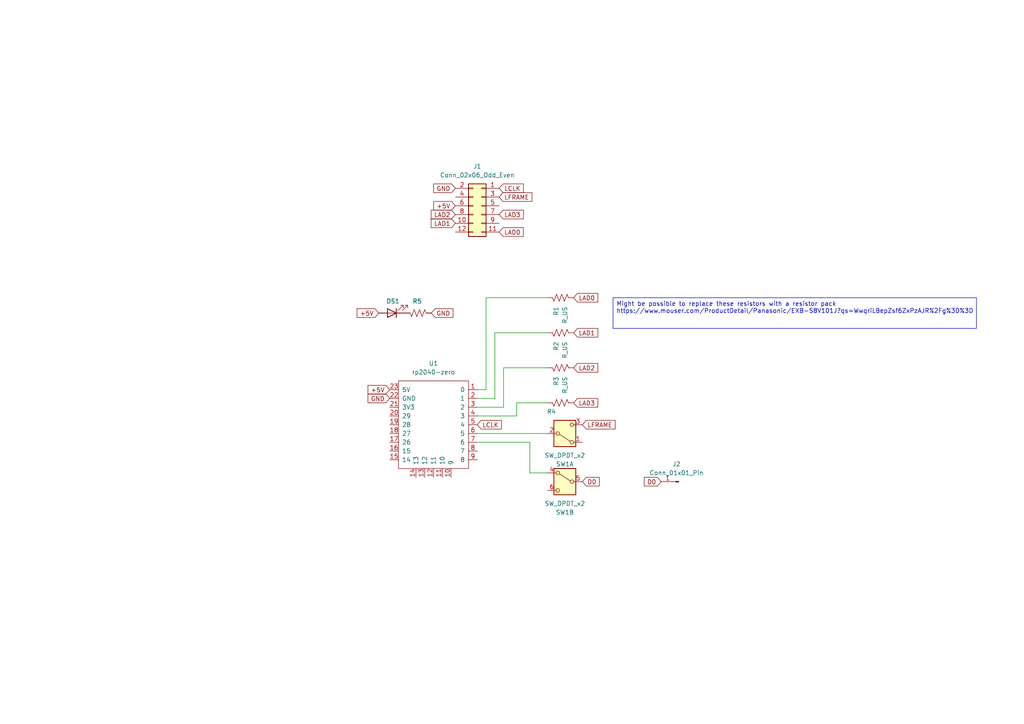
<source format=kicad_sch>
(kicad_sch (version 20231120) (generator "eeschema") (generator_version "8.0")
  (paper "A4")
  (lib_symbols
    (symbol "Connector:Conn_01x01_Pin" (pin_names (offset 1.016) hide)
      (property "Reference" "J" (at 0 2.54 0))
      (property "Value" "Conn_01x01_Pin" (at 0 -2.54 0))
      (symbol "Conn_01x01_Pin_1_1"
        (polyline (pts (xy 1.27 0) (xy 0.8636 0)) (stroke (width 0.1524)))
        (rectangle (start 0.8636 0.127) (end 0 -0.127) (stroke (width 0.1524)) (fill (type outline)))
        (pin passive line (at 5.08 0 180) (length 3.81) (name "Pin_1") (number "1"))
      )
    )
    (symbol "Connector_Generic:Conn_02x06_Odd_Even" (pin_names (offset 1.016) hide)
      (property "Reference" "J" (at 1.27 7.62 0))
      (property "Value" "Conn_02x06_Odd_Even" (at 1.27 -10.16 0))
      (symbol "Conn_02x06_Odd_Even_1_1"
        (rectangle (start -1.27 -7.493) (end 0 -7.747) (stroke (width 0.1524)))
        (rectangle (start -1.27 -4.953) (end 0 -5.207) (stroke (width 0.1524)))
        (rectangle (start -1.27 -2.413) (end 0 -2.667) (stroke (width 0.1524)))
        (rectangle (start -1.27 0.127) (end 0 -0.127) (stroke (width 0.1524)))
        (rectangle (start -1.27 2.667) (end 0 2.413) (stroke (width 0.1524)))
        (rectangle (start -1.27 5.207) (end 0 4.953) (stroke (width 0.1524)))
        (rectangle (start -1.27 6.35) (end 3.81 -8.89) (stroke (width 0.254)) (fill (type background)))
        (rectangle (start 3.81 -7.493) (end 2.54 -7.747) (stroke (width 0.1524)))
        (rectangle (start 3.81 -4.953) (end 2.54 -5.207) (stroke (width 0.1524)))
        (rectangle (start 3.81 -2.413) (end 2.54 -2.667) (stroke (width 0.1524)))
        (rectangle (start 3.81 0.127) (end 2.54 -0.127) (stroke (width 0.1524)))
        (rectangle (start 3.81 2.667) (end 2.54 2.413) (stroke (width 0.1524)))
        (rectangle (start 3.81 5.207) (end 2.54 4.953) (stroke (width 0.1524)))
        (pin passive line (at -5.08 5.08 0) (length 3.81) (name "Pin_1") (number "1"))
        (pin passive line (at 7.62 -5.08 180) (length 3.81) (name "Pin_10") (number "10"))
        (pin passive line (at -5.08 -7.62 0) (length 3.81) (name "Pin_11") (number "11"))
        (pin passive line (at 7.62 -7.62 180) (length 3.81) (name "Pin_12") (number "12"))
        (pin passive line (at 7.62 5.08 180) (length 3.81) (name "Pin_2") (number "2"))
        (pin passive line (at -5.08 2.54 0) (length 3.81) (name "Pin_3") (number "3"))
        (pin passive line (at 7.62 2.54 180) (length 3.81) (name "Pin_4") (number "4"))
        (pin passive line (at -5.08 0 0) (length 3.81) (name "Pin_5") (number "5"))
        (pin passive line (at 7.62 0 180) (length 3.81) (name "Pin_6") (number "6"))
        (pin passive line (at -5.08 -2.54 0) (length 3.81) (name "Pin_7") (number "7"))
        (pin passive line (at 7.62 -2.54 180) (length 3.81) (name "Pin_8") (number "8"))
        (pin passive line (at -5.08 -5.08 0) (length 3.81) (name "Pin_9") (number "9"))
      )
    )
    (symbol "Device:LED" (pin_numbers hide) (pin_names (offset 1.016) hide)
      (property "Reference" "D" (at 0 2.54 0))
      (property "Value" "LED" (at 0 -2.54 0))
      (symbol "LED_0_1"
        (polyline (pts (xy -1.27 -1.27) (xy -1.27 1.27)) (stroke (width 0.254)))
        (polyline (pts (xy -1.27 0) (xy 1.27 0)))
        (polyline (pts (xy 1.27 -1.27) (xy 1.27 1.27) (xy -1.27 0) (xy 1.27 -1.27)) (stroke (width 0.254)))
        (polyline (pts (xy -3.048 -0.762) (xy -4.572 -2.286) (xy -3.81 -2.286) (xy -4.572 -2.286) (xy -4.572 -1.524)))
        (polyline (pts (xy -1.778 -0.762) (xy -3.302 -2.286) (xy -2.54 -2.286) (xy -3.302 -2.286) (xy -3.302 -1.524)))
      )
      (symbol "LED_1_1"
        (pin passive line (at -3.81 0 0) (length 2.54) (name "K") (number "1"))
        (pin passive line (at 3.81 0 180) (length 2.54) (name "A") (number "2"))
      )
    )
    (symbol "Device:R_US" (pin_numbers hide) (pin_names (offset 0))
      (property "Reference" "R" (at 2.54 0 90))
      (property "Value" "R_US" (at -2.54 0 90))
      (symbol "R_US_0_1"
        (polyline (pts (xy 0 -2.286) (xy 0 -2.54)))
        (polyline (pts (xy 0 2.286) (xy 0 2.54)))
        (polyline (pts (xy 0 -0.762) (xy 1.016 -1.143) (xy 0 -1.524) (xy -1.016 -1.905) (xy 0 -2.286)))
        (polyline (pts (xy 0 0.762) (xy 1.016 0.381) (xy 0 0) (xy -1.016 -0.381) (xy 0 -0.762)))
        (polyline (pts (xy 0 2.286) (xy 1.016 1.905) (xy 0 1.524) (xy -1.016 1.143) (xy 0 0.762)))
      )
      (symbol "R_US_1_1"
        (pin passive line (at 0 3.81 270) (length 1.27) (name "~") (number "1"))
        (pin passive line (at 0 -3.81 90) (length 1.27) (name "~") (number "2"))
      )
    )
    (symbol "Switch:SW_DPDT_x2" (pin_names (offset 0) hide)
      (property "Reference" "SW" (at 0 5.08 0))
      (property "Value" "SW_DPDT_x2" (at 0 -5.08 0))
      (symbol "SW_DPDT_x2_0_0"
        (circle (center -2.032 0) (radius 0.508))
        (circle (center 2.032 -2.54) (radius 0.508))
      )
      (symbol "SW_DPDT_x2_0_1"
        (rectangle (start -3.175 3.81) (end 3.175 -3.81) (stroke (width 0.254)) (fill (type background)))
        (polyline (pts (xy -1.524 0.254) (xy 1.5748 2.286)))
        (circle (center 2.032 2.54) (radius 0.508))
      )
      (symbol "SW_DPDT_x2_1_1"
        (pin passive line (at 5.08 2.54 180) (length 2.54) (name "A") (number "1"))
        (pin passive line (at -5.08 0 0) (length 2.54) (name "B") (number "2"))
        (pin passive line (at 5.08 -2.54 180) (length 2.54) (name "C") (number "3"))
      )
      (symbol "SW_DPDT_x2_2_1"
        (pin passive line (at 5.08 2.54 180) (length 2.54) (name "A") (number "4"))
        (pin passive line (at -5.08 0 0) (length 2.54) (name "B") (number "5"))
        (pin passive line (at 5.08 -2.54 180) (length 2.54) (name "C") (number "6"))
      )
    )
    (symbol "mcu:rp2040-zero" (pin_names (offset 1.016))
      (property "Reference" "U" (at 0 15.24 0))
      (property "Value" "rp2040-zero" (at 0 12.7 0))
      (symbol "rp2040-zero_0_1"
        (rectangle (start -10.16 11.43) (end 10.16 -13.97))
      )
      (symbol "rp2040-zero_1_1"
        (pin bidirectional line (at 12.7 8.89 180) (length 2.54) (name "0") (number "1"))
        (pin bidirectional line (at 5.08 -16.51 90) (length 2.54) (name "9") (number "10"))
        (pin bidirectional line (at 2.54 -16.51 90) (length 2.54) (name "10") (number "11"))
        (pin bidirectional line (at 0 -16.51 90) (length 2.54) (name "11") (number "12"))
        (pin bidirectional line (at -2.54 -16.51 90) (length 2.54) (name "12") (number "13"))
        (pin bidirectional line (at -5.08 -16.51 90) (length 2.54) (name "13") (number "14"))
        (pin bidirectional line (at -12.7 -11.43 0) (length 2.54) (name "14") (number "15"))
        (pin bidirectional line (at -12.7 -8.89 0) (length 2.54) (name "15") (number "16"))
        (pin bidirectional line (at -12.7 -6.35 0) (length 2.54) (name "26") (number "17"))
        (pin bidirectional line (at -12.7 -3.81 0) (length 2.54) (name "27") (number "18"))
        (pin bidirectional line (at -12.7 -1.27 0) (length 2.54) (name "28") (number "19"))
        (pin bidirectional line (at 12.7 6.35 180) (length 2.54) (name "1") (number "2"))
        (pin bidirectional line (at -12.7 1.27 0) (length 2.54) (name "29") (number "20"))
        (pin power_out line (at -12.7 3.81 0) (length 2.54) (name "3V3") (number "21"))
        (pin power_out line (at -12.7 6.35 0) (length 2.54) (name "GND") (number "22"))
        (pin power_out line (at -12.7 8.89 0) (length 2.54) (name "5V") (number "23"))
        (pin bidirectional line (at 12.7 3.81 180) (length 2.54) (name "2") (number "3"))
        (pin bidirectional line (at 12.7 1.27 180) (length 2.54) (name "3") (number "4"))
        (pin bidirectional line (at 12.7 -1.27 180) (length 2.54) (name "4") (number "5"))
        (pin bidirectional line (at 12.7 -3.81 180) (length 2.54) (name "5") (number "6"))
        (pin bidirectional line (at 12.7 -6.35 180) (length 2.54) (name "6") (number "7"))
        (pin bidirectional line (at 12.7 -8.89 180) (length 2.54) (name "7") (number "8"))
        (pin bidirectional line (at 12.7 -11.43 180) (length 2.54) (name "8") (number "9"))
      )
    )
  )
  (wire (pts (xy 146.05 106.68) (xy 146.05 118.11)))
  (wire (pts (xy 158.75 106.68) (xy 146.05 106.68)))
  (wire (pts (xy 140.97 113.03) (xy 138.43 113.03)))
  (wire (pts (xy 140.97 86.36) (xy 140.97 113.03)))
  (wire (pts (xy 153.67 137.16) (xy 158.75 137.16)))
  (wire (pts (xy 158.75 96.52) (xy 143.51 96.52)))
  (wire (pts (xy 153.67 128.27) (xy 153.67 137.16)))
  (wire (pts (xy 158.75 86.36) (xy 140.97 86.36)))
  (wire (pts (xy 143.51 96.52) (xy 143.51 115.57)))
  (wire (pts (xy 149.86 116.84) (xy 158.75 116.84)))
  (wire (pts (xy 138.43 115.57) (xy 143.51 115.57)))
  (wire (pts (xy 138.43 128.27) (xy 153.67 128.27)))
  (wire (pts (xy 138.43 120.65) (xy 149.86 120.65)))
  (wire (pts (xy 138.43 125.73) (xy 158.75 125.73)))
  (wire (pts (xy 138.43 118.11) (xy 146.05 118.11)))
  (wire (pts (xy 149.86 120.65) (xy 149.86 116.84)))
  (text_box "Might be possible to replace these resistors with a resistor pack\nhttps://www.mouser.com/ProductDetail/Panasonic/EXB-S8V101J?qs=WwqriLBepZsf6ZxPzAJR%2Fg%3D%3D" (at 177.8 86.36 0) (size 105.41 8.89) (effects (font (size 1.27 1.27)) (justify left top)))
  (global_label "LFRAME" (shape input) (at 144.78 57.15 0) (property "Intersheetrefs" "${INTERSHEET_REFS}" (effects (hide yes))))
  (global_label "+5V" (shape input) (at 109.855 90.805 180) (property "Intersheetrefs" "${INTERSHEET_REFS}" (effects (hide yes))))
  (global_label "GND" (shape input) (at 132.08 54.61 180) (property "Intersheetrefs" "${INTERSHEET_REFS}" (effects (hide yes))))
  (global_label "LAD1" (shape input) (at 132.08 64.77 180) (property "Intersheetrefs" "${INTERSHEET_REFS}" (effects (hide yes))))
  (global_label "LAD0" (shape input) (at 166.37 86.36 0) (property "Intersheetrefs" "${INTERSHEET_REFS}" (effects (hide yes))))
  (global_label "LAD2" (shape input) (at 132.08 62.23 180) (property "Intersheetrefs" "${INTERSHEET_REFS}" (effects (hide yes))))
  (global_label "LCLK" (shape input) (at 138.43 123.19 0) (property "Intersheetrefs" "${INTERSHEET_REFS}" (effects (hide yes))))
  (global_label "LAD3" (shape input) (at 144.78 62.23 0) (property "Intersheetrefs" "${INTERSHEET_REFS}" (effects (hide yes))))
  (global_label "LFRAME" (shape input) (at 168.91 123.19 0) (property "Intersheetrefs" "${INTERSHEET_REFS}" (effects (hide yes))))
  (global_label "LAD0" (shape input) (at 144.78 67.31 0) (property "Intersheetrefs" "${INTERSHEET_REFS}" (effects (hide yes))))
  (global_label "LAD3" (shape input) (at 166.37 116.84 0) (property "Intersheetrefs" "${INTERSHEET_REFS}" (effects (hide yes))))
  (global_label "D0" (shape input) (at 191.77 139.7 180) (property "Intersheetrefs" "${INTERSHEET_REFS}" (effects (hide yes))))
  (global_label "LAD1" (shape input) (at 166.37 96.52 0) (property "Intersheetrefs" "${INTERSHEET_REFS}" (effects (hide yes))))
  (global_label "GND" (shape input) (at 113.03 115.57 180) (property "Intersheetrefs" "${INTERSHEET_REFS}" (effects (hide yes))))
  (global_label "+5V" (shape input) (at 113.03 113.03 180) (property "Intersheetrefs" "${INTERSHEET_REFS}" (effects (hide yes))))
  (global_label "+5V" (shape input) (at 132.08 59.69 180) (property "Intersheetrefs" "${INTERSHEET_REFS}" (effects (hide yes))))
  (global_label "LCLK" (shape input) (at 144.78 54.61 0) (property "Intersheetrefs" "${INTERSHEET_REFS}" (effects (hide yes))))
  (global_label "D0" (shape input) (at 168.91 139.7 0) (property "Intersheetrefs" "${INTERSHEET_REFS}" (effects (hide yes))))
  (global_label "LAD2" (shape input) (at 166.37 106.68 0) (property "Intersheetrefs" "${INTERSHEET_REFS}" (effects (hide yes))))
  (global_label "GND" (shape input) (at 125.095 90.805 0) (property "Intersheetrefs" "${INTERSHEET_REFS}" (effects (hide yes))))
  (symbol (lib_id "Device:R_US") (at 162.56 106.68 90) (mirror x) (unit 1)
    (property "Reference" "R3" (at 161.2899 109.22 0) (effects (justify left)))
    (property "Value" "R_US" (at 163.8299 109.22 0) (effects (justify left)))
    (property "Footprint" "Resistor_SMD:R_0805_2012Metric_Pad1.20x1.40mm_HandSolder" (effects (hide yes)))
    (property "Description" "Resistor, US symbol" (effects (hide yes)))
  )
  (symbol (lib_id "Device:R_US") (at 121.285 90.805 90) (mirror x) (unit 1)
    (property "Reference" "R5" (at 119.634 87.376 90) (effects (justify right)))
    (property "Value" "R_US" (effects (hide yes)))
    (property "Footprint" "Resistor_SMD:R_0805_2012Metric_Pad1.20x1.40mm_HandSolder" (effects (hide yes)))
    (property "Description" "Resistor, US symbol" (effects (hide yes)))
  )
  (symbol (lib_id "Connector:Conn_01x01_Pin") (at 196.85 139.7 180) (unit 1)
    (property "Reference" "J2" (at 196.215 134.62 0))
    (property "Value" "Conn_01x01_Pin" (at 196.215 137.16 0))
    (property "Footprint" "Connector_Wire:SolderWirePad_1x01_SMD_1x2mm" (effects (hide yes)))
    (property "Description" "Generic connector, single row, 01x01, script generated" (effects (hide yes)))
  )
  (symbol (lib_id "Connector_Generic:Conn_02x06_Odd_Even") (at 139.7 59.69 0) (mirror y) (unit 1)
    (property "Reference" "J1" (at 138.43 48.26 0))
    (property "Value" "Conn_02x06_Odd_Even" (at 138.43 50.8 0))
    (property "Footprint" "Connector_PinHeader_2.54mm:PinHeader_2x06_P2.54mm_Vertical" (effects (hide yes)))
    (property "Description" "Generic connector, double row, 02x06, odd/even pin numbering scheme (row 1 odd numbers, row 2 even numbers), script generated (kicad-library-utils/schlib/autogen/connector/)" (effects (hide yes)))
  )
  (symbol (lib_id "Switch:SW_DPDT_x2") (at 163.83 125.73 0) (mirror x) (unit 1)
    (property "Reference" "SW1" (at 163.83 134.62 0))
    (property "Value" "SW_DPDT_x2" (at 163.83 132.08 0))
    (property "Footprint" "Button_Switch_SMD:SW_DPDT_CK_JS202011JCQN" (effects (hide yes)))
    (property "Description" "Switch, dual pole double throw, separate symbols" (effects (hide yes)))
  )
  (symbol (lib_id "Device:R_US") (at 162.56 96.52 90) (mirror x) (unit 1)
    (property "Reference" "R2" (at 161.2899 99.06 0) (effects (justify left)))
    (property "Value" "R_US" (at 163.8299 99.06 0) (effects (justify left)))
    (property "Footprint" "Resistor_SMD:R_0805_2012Metric_Pad1.20x1.40mm_HandSolder" (effects (hide yes)))
    (property "Description" "Resistor, US symbol" (effects (hide yes)))
  )
  (symbol (lib_id "Device:R_US") (at 162.56 116.84 90) (mirror x) (unit 1)
    (property "Reference" "R4" (at 161.2899 119.38 90) (effects (justify left)))
    (property "Value" "R_US" (effects (hide yes)))
    (property "Footprint" "Resistor_SMD:R_0805_2012Metric_Pad1.20x1.40mm_HandSolder" (effects (hide yes)))
    (property "Description" "Resistor, US symbol" (effects (hide yes)))
  )
  (symbol (lib_id "Device:R_US") (at 162.56 86.36 90) (mirror x) (unit 1)
    (property "Reference" "R1" (at 161.2899 88.9 0) (effects (justify left)))
    (property "Value" "R_US" (at 163.8299 88.9 0) (effects (justify left)))
    (property "Footprint" "Resistor_SMD:R_0805_2012Metric_Pad1.20x1.40mm_HandSolder" (effects (hide yes)))
    (property "Description" "Resistor, US symbol" (effects (hide yes)))
  )
  (symbol (lib_id "Switch:SW_DPDT_x2") (at 163.83 139.7 0) (mirror y) (unit 2)
    (property "Reference" "SW1" (at 163.83 148.59 0))
    (property "Value" "SW_DPDT_x2" (at 163.83 146.05 0))
    (property "Footprint" "Button_Switch_SMD:SW_DPDT_CK_JS202011JCQN" (effects (hide yes)))
    (property "Description" "Switch, dual pole double throw, separate symbols" (effects (hide yes)))
  )
  (symbol (lib_id "mcu:rp2040-zero") (at 125.73 121.92 0) (unit 1)
    (property "Reference" "U1" (at 125.73 105.41 0))
    (property "Value" "rp2040-zero" (at 125.73 107.95 0))
    (property "Footprint" "mcu:rp2040-zero-smd" (effects (hide yes)))
  )
  (symbol (lib_id "Device:LED") (at 113.665 90.805 180) (unit 1)
    (property "Reference" "DS1" (at 112.014 87.376 0) (effects (justify right)))
    (property "Value" "LED" (effects (hide yes)))
    (property "Footprint" "LED_SMD:LED_1210_3225Metric_Pad1.42x2.65mm_HandSolder" (effects (hide yes)))
    (property "Description" "Light emitting diode" (effects (hide yes)))
  )
)
</source>
